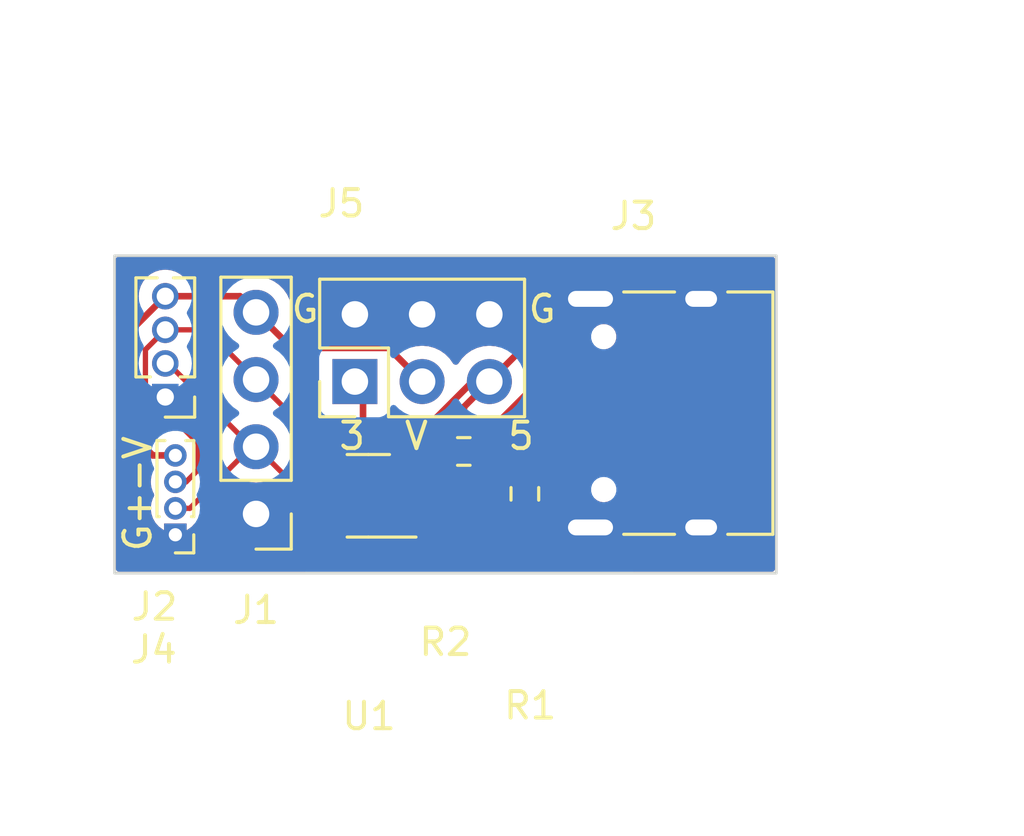
<source format=kicad_pcb>
(kicad_pcb (version 20221018) (generator pcbnew)
  (layers (0 "F.Cu" signal) (31 "B.Cu" signal) (34 "B.Paste" user) (35 "F.Paste" user) (36 "B.SilkS" user "B.Silkscreen") (37 "F.SilkS" user "F.Silkscreen") (38 "B.Mask" user) (39 "F.Mask" user) (44 "Edge.Cuts" user))
  (net 0 "")
  (net 1 "GND")
  (net 2 "/D+")
  (net 3 "/D-")
  (net 4 "/VOUT")
  (net 5 "/5V")
  (net 7 "/3V3")
  (net 8 "Net-(J3-CC1)")
  (net 9 "Net-(J3-CC2)")
  (footprint "Resistor_SMD:R_0603_1608Metric" (layer "F.Cu") (at 128.1938 82.3976)
    (fp_text reference "R2" (at -0.6938 7.2024) (layer "F.SilkS"))
    (fp_text value "5.1k")
    (fp_line (start -0.237258 -0.5225) (end 0.237258 -0.5225) (stroke (width 0.12)) (layer "F.SilkS"))
    (fp_line (start -0.237258 0.5225) (end 0.237258 0.5225) (stroke (width 0.12)) (layer "F.SilkS"))
    (pad "1" smd roundrect (at -0.825 0) (size 0.8 0.95) (layers "F.Cu" "F.Paste" "F.Mask") (net 1 "GND"))
    (pad "2" smd roundrect (at 0.825 0) (size 0.8 0.95) (layers "F.Cu" "F.Paste" "F.Mask") (net 9 "Net-(J3-CC2)"))
  )
  (footprint "Connector_PinHeader_2.54mm:PinHeader_1x04_P2.54mm_Vertical" (layer "F.Cu") (at 120.3452 84.7598 180)
    (fp_text reference "J1" (at 0 -3.6322) (layer "F.SilkS"))
    (fp_text value "Conn_01x04_Pin")
    (fp_line (start -1.33 -1.33) (end 0 -1.33) (stroke (width 0.12)) (layer "F.SilkS"))
    (fp_line (start -1.33 0) (end -1.33 -1.33) (stroke (width 0.12)) (layer "F.SilkS"))
    (fp_line (start -1.33 1.27) (end -1.33 8.95) (stroke (width 0.12)) (layer "F.SilkS"))
    (fp_line (start -1.33 1.27) (end 1.33 1.27) (stroke (width 0.12)) (layer "F.SilkS"))
    (fp_line (start -1.33 8.95) (end 1.33 8.95) (stroke (width 0.12)) (layer "F.SilkS"))
    (fp_line (start 1.33 1.27) (end 1.33 8.95) (stroke (width 0.12)) (layer "F.SilkS"))
    (pad "1" thru_hole rect (at 0 0 180) (size 1.7 1.7) (drill 1) (layers "*.Cu" "*.Mask") (net 1 "GND"))
    (pad "2" thru_hole oval (at 0 2.54 180) (size 1.7 1.7) (drill 1) (layers "*.Cu" "*.Mask") (net 2 "/D+"))
    (pad "3" thru_hole oval (at 0 5.08 180) (size 1.7 1.7) (drill 1) (layers "*.Cu" "*.Mask") (net 3 "/D-"))
    (pad "4" thru_hole oval (at 0 7.62 180) (size 1.7 1.7) (drill 1) (layers "*.Cu" "*.Mask") (net 4 "/VOUT"))
  )
  (footprint "Connector_USB:USB_C_Receptacle_XKB_U262-16XN-4BVC11" (layer "F.Cu") (at 136.085 80.95 90)
    (fp_text reference "J3" (at 7.45 -1.485 180) (layer "F.SilkS"))
    (fp_text value "USB_C_Receptacle_USB2.0_14P")
    (fp_line (start -4.58 -1.85) (end -4.58 0.07) (stroke (width 0.12)) (layer "F.SilkS"))
    (fp_line (start -4.58 3.785) (end -4.58 2.08) (stroke (width 0.12)) (layer "F.SilkS"))
    (fp_line (start 4.58 0.07) (end 4.58 -1.85) (stroke (width 0.12)) (layer "F.SilkS"))
    (fp_line (start 4.58 2.08) (end 4.58 3.785) (stroke (width 0.12)) (layer "F.SilkS"))
    (fp_line (start 4.58 3.785) (end -4.58 3.785) (stroke (width 0.12)) (layer "F.SilkS"))
    (pad "" np_thru_hole circle (at -2.89 -2.605 90) (size 0.65 0.65) (drill 0.65) (layers "*.Cu" "*.Mask"))
    (pad "" np_thru_hole circle (at 2.89 -2.605 90) (size 0.65 0.65) (drill 0.65) (layers "*.Cu" "*.Mask"))
    (pad "A1" smd rect (at -3.35 -3.67 90) (size 0.3 1.15) (layers "F.Cu" "F.Paste" "F.Mask") (net 1 "GND"))
    (pad "A4" smd rect (at -2.55 -3.67 90) (size 0.3 1.15) (layers "F.Cu" "F.Paste" "F.Mask") (net 5 "/5V"))
    (pad "A5" smd rect (at -1.25 -3.67 90) (size 0.3 1.15) (layers "F.Cu" "F.Paste" "F.Mask") (net 8 "Net-(J3-CC1)"))
    (pad "A6" smd rect (at -0.25 -3.67 90) (size 0.3 1.15) (layers "F.Cu" "F.Paste" "F.Mask") (net 2 "/D+"))
    (pad "A7" smd rect (at 0.25 -3.67 90) (size 0.3 1.15) (layers "F.Cu" "F.Paste" "F.Mask") (net 3 "/D-"))
    (pad "A8" smd rect (at 1.25 -3.67 90) (size 0.3 1.15) (layers "F.Cu" "F.Paste" "F.Mask"))
    (pad "A9" smd rect (at 2.55 -3.67 90) (size 0.3 1.15) (layers "F.Cu" "F.Paste" "F.Mask") (net 5 "/5V"))
    (pad "A12" smd rect (at 3.35 -3.67 90) (size 0.3 1.15) (layers "F.Cu" "F.Paste" "F.Mask") (net 1 "GND"))
    (pad "B1" smd rect (at 3.05 -3.67 90) (size 0.3 1.15) (layers "F.Cu" "F.Paste" "F.Mask") (net 1 "GND"))
    (pad "B4" smd rect (at 2.25 -3.67 90) (size 0.3 1.15) (layers "F.Cu" "F.Paste" "F.Mask") (net 5 "/5V"))
    (pad "B5" smd rect (at 1.75 -3.67 90) (size 0.3 1.15) (layers "F.Cu" "F.Paste" "F.Mask") (net 9 "Net-(J3-CC2)"))
    (pad "B6" smd rect (at 0.75 -3.67 90) (size 0.3 1.15) (layers "F.Cu" "F.Paste" "F.Mask") (net 2 "/D+"))
    (pad "B7" smd rect (at -0.75 -3.67 90) (size 0.3 1.15) (layers "F.Cu" "F.Paste" "F.Mask") (net 3 "/D-"))
    (pad "B8" smd rect (at -1.75 -3.67 90) (size 0.3 1.15) (layers "F.Cu" "F.Paste" "F.Mask"))
    (pad "B9" smd rect (at -2.25 -3.67 90) (size 0.3 1.15) (layers "F.Cu" "F.Paste" "F.Mask") (net 5 "/5V"))
    (pad "B12" smd rect (at -3.05 -3.67 90) (size 0.3 1.15) (layers "F.Cu" "F.Paste" "F.Mask") (net 1 "GND"))
    (pad "S1" thru_hole oval (at -4.32 -3.105 90) (size 1 2.1) (drill oval 0.6 1.7) (layers "*.Cu" "*.Mask") (net 1 "GND"))
    (pad "S1" thru_hole oval (at -4.32 1.075 90) (size 1 1.6) (drill oval 0.6 1.2) (layers "*.Cu" "*.Mask") (net 1 "GND"))
    (pad "S1" thru_hole oval (at 4.32 -3.105 90) (size 1 2.1) (drill oval 0.6 1.7) (layers "*.Cu" "*.Mask") (net 1 "GND"))
    (pad "S1" thru_hole oval (at 4.32 1.075 90) (size 1 1.6) (drill oval 0.6 1.2) (layers "*.Cu" "*.Mask") (net 1 "GND"))
  )
  (footprint "Connector_PinHeader_1.00mm:PinHeader_1x04_P1.00mm_Vertical" (layer "F.Cu") (at 117.2972 85.5472 180)
    (fp_text reference "J4" (at 0.8128 -4.3406) (layer "F.SilkS"))
    (fp_text value "Conn_01x04_Pin")
    (fp_line (start -0.695 -0.685) (end 0 -0.685) (stroke (width 0.12)) (layer "F.SilkS"))
    (fp_line (start -0.695 0) (end -0.695 -0.685) (stroke (width 0.12)) (layer "F.SilkS"))
    (fp_line (start -0.695 0.685) (end -0.695 3.56) (stroke (width 0.12)) (layer "F.SilkS"))
    (fp_line (start -0.695 0.685) (end -0.608276 0.685) (stroke (width 0.12)) (layer "F.SilkS"))
    (fp_line (start -0.695 3.56) (end -0.394493 3.56) (stroke (width 0.12)) (layer "F.SilkS"))
    (fp_line (start 0.394493 3.56) (end 0.695 3.56) (stroke (width 0.12)) (layer "F.SilkS"))
    (fp_line (start 0.608276 0.685) (end 0.695 0.685) (stroke (width 0.12)) (layer "F.SilkS"))
    (fp_line (start 0.695 0.685) (end 0.695 3.56) (stroke (width 0.12)) (layer "F.SilkS"))
    (pad "1" thru_hole rect (at 0 0 180) (size 0.85 0.85) (drill 0.5) (layers "*.Cu" "*.Mask") (net 1 "GND"))
    (pad "2" thru_hole oval (at 0 1 180) (size 0.85 0.85) (drill 0.5) (layers "*.Cu" "*.Mask") (net 2 "/D+"))
    (pad "3" thru_hole oval (at 0 2 180) (size 0.85 0.85) (drill 0.5) (layers "*.Cu" "*.Mask") (net 3 "/D-"))
    (pad "4" thru_hole oval (at 0 3 180) (size 0.85 0.85) (drill 0.5) (layers "*.Cu" "*.Mask") (net 4 "/VOUT"))
  )
  (footprint "Package_TO_SOT_SMD:SOT-23-5" (layer "F.Cu") (at 124.587 84.074 180)
    (fp_text reference "U1" (at -0.0254 -8.3312) (layer "F.SilkS"))
    (fp_text value "SPX3819M5-L-3-3")
    (fp_line (start 0 -1.56) (end -1.8 -1.56) (stroke (width 0.12)) (layer "F.SilkS"))
    (fp_line (start 0 -1.56) (end 0.8 -1.56) (stroke (width 0.12)) (layer "F.SilkS"))
    (fp_line (start 0 1.56) (end -0.8 1.56) (stroke (width 0.12)) (layer "F.SilkS"))
    (fp_line (start 0 1.56) (end 0.8 1.56) (stroke (width 0.12)) (layer "F.SilkS"))
    (pad "1" smd roundrect (at -1.1375 -0.95 180) (size 1.325 0.6) (layers "F.Cu" "F.Paste" "F.Mask") (net 5 "/5V"))
    (pad "2" smd roundrect (at -1.1375 0 180) (size 1.325 0.6) (layers "F.Cu" "F.Paste" "F.Mask") (net 1 "GND"))
    (pad "3" smd roundrect (at -1.1375 0.95 180) (size 1.325 0.6) (layers "F.Cu" "F.Paste" "F.Mask") (net 5 "/5V"))
    (pad "4" smd roundrect (at 1.1375 0.95 180) (size 1.325 0.6) (layers "F.Cu" "F.Paste" "F.Mask"))
    (pad "5" smd roundrect (at 1.1375 -0.95 180) (size 1.325 0.6) (layers "F.Cu" "F.Paste" "F.Mask") (net 7 "/3V3"))
  )
  (footprint "Connector_PinHeader_2.54mm:PinHeader_2x03_P2.54mm_Vertical" (layer "F.Cu") (at 124.079 79.756 90)
    (fp_text reference "J5" (at 6.731 -0.508 180) (layer "F.SilkS"))
    (fp_text value "Conn_01x06_Pin")
    (fp_line (start -1.33 -1.33) (end 0 -1.33) (stroke (width 0.12)) (layer "F.SilkS"))
    (fp_line (start -1.33 0) (end -1.33 -1.33) (stroke (width 0.12)) (layer "F.SilkS"))
    (fp_line (start -1.33 1.27) (end -1.33 6.41) (stroke (width 0.12)) (layer "F.SilkS"))
    (fp_line (start -1.33 1.27) (end 1.27 1.27) (stroke (width 0.12)) (layer "F.SilkS"))
    (fp_line (start -1.33 6.41) (end 3.87 6.41) (stroke (width 0.12)) (layer "F.SilkS"))
    (fp_line (start 1.27 -1.33) (end 3.87 -1.33) (stroke (width 0.12)) (layer "F.SilkS"))
    (fp_line (start 1.27 1.27) (end 1.27 -1.33) (stroke (width 0.12)) (layer "F.SilkS"))
    (fp_line (start 3.87 -1.33) (end 3.87 6.41) (stroke (width 0.12)) (layer "F.SilkS"))
    (pad "1" thru_hole rect (at 0 0 90) (size 1.7 1.7) (drill 1) (layers "*.Cu" "*.Mask") (net 7 "/3V3"))
    (pad "2" thru_hole oval (at 2.54 0 90) (size 1.7 1.7) (drill 1) (layers "*.Cu" "*.Mask") (net 1 "GND"))
    (pad "3" thru_hole oval (at 0 2.54 90) (size 1.7 1.7) (drill 1) (layers "*.Cu" "*.Mask") (net 4 "/VOUT"))
    (pad "4" thru_hole oval (at 2.54 2.54 90) (size 1.7 1.7) (drill 1) (layers "*.Cu" "*.Mask") (net 1 "GND"))
    (pad "5" thru_hole oval (at 0 5.08 90) (size 1.7 1.7) (drill 1) (layers "*.Cu" "*.Mask") (net 5 "/5V"))
    (pad "6" thru_hole oval (at 2.54 5.08 90) (size 1.7 1.7) (drill 1) (layers "*.Cu" "*.Mask") (net 1 "GND"))
  )
  (footprint "Resistor_SMD:R_0603_1608Metric" (layer "F.Cu") (at 130.5 84 90)
    (fp_text reference "R1" (at -8 0.2 180) (layer "F.SilkS"))
    (fp_text value "5.1k")
    (fp_line (start -0.237258 -0.5225) (end 0.237258 -0.5225) (stroke (width 0.12)) (layer "F.SilkS"))
    (fp_line (start -0.237258 0.5225) (end 0.237258 0.5225) (stroke (width 0.12)) (layer "F.SilkS"))
    (pad "1" smd roundrect (at -0.825 0 90) (size 0.8 0.95) (layers "F.Cu" "F.Paste" "F.Mask") (net 1 "GND"))
    (pad "2" smd roundrect (at 0.825 0 90) (size 0.8 0.95) (layers "F.Cu" "F.Paste" "F.Mask") (net 8 "Net-(J3-CC1)"))
  )
  (footprint "Connector_PinHeader_1.27mm:PinHeader_1x04_P1.27mm_Vertical" (layer "F.Cu") (at 116.9162 80.3402 180)
    (fp_text reference "J2" (at 0.4064 -7.9248) (layer "F.SilkS"))
    (fp_text value "Conn_01x04_Pin")
    (fp_line (start -1.11 -0.76) (end 0 -0.76) (stroke (width 0.12)) (layer "F.SilkS"))
    (fp_line (start -1.11 0) (end -1.11 -0.76) (stroke (width 0.12)) (layer "F.SilkS"))
    (fp_line (start -1.11 0.76) (end -1.11 4.505) (stroke (width 0.12)) (layer "F.SilkS"))
    (fp_line (start -1.11 0.76) (end -0.563471 0.76) (stroke (width 0.12)) (layer "F.SilkS"))
    (fp_line (start -1.11 4.505) (end -0.30753 4.505) (stroke (width 0.12)) (layer "F.SilkS"))
    (fp_line (start 0.30753 4.505) (end 1.11 4.505) (stroke (width 0.12)) (layer "F.SilkS"))
    (fp_line (start 0.563471 0.76) (end 1.11 0.76) (stroke (width 0.12)) (layer "F.SilkS"))
    (fp_line (start 1.11 0.76) (end 1.11 4.505) (stroke (width 0.12)) (layer "F.SilkS"))
    (pad "1" thru_hole rect (at 0 0 180) (size 1 1) (drill 0.65) (layers "*.Cu" "*.Mask") (net 1 "GND"))
    (pad "2" thru_hole oval (at 0 1.27 180) (size 1 1) (drill 0.65) (layers "*.Cu" "*.Mask") (net 2 "/D+"))
    (pad "3" thru_hole oval (at 0 2.54 180) (size 1 1) (drill 0.65) (layers "*.Cu" "*.Mask") (net 3 "/D-"))
    (pad "4" thru_hole oval (at 0 3.81 180) (size 1 1) (drill 0.65) (layers "*.Cu" "*.Mask") (net 4 "/VOUT"))
  )
  (gr_rect (start 115 75) (end 140 87) (stroke (width 0.1)) (fill none) (layer "Edge.Cuts"))
  (gr_text "3  V    5" (at 123.4 82.4) (layer "F.SilkS") (effects (font (size 1 1)) (justify left bottom)))
  (gr_text "G+-V" (at 116.459 86.2584 90) (layer "F.SilkS") (effects (font (size 1 1)) (justify left bottom)))
  (gr_text "G" (at 130.556 77.597) (layer "F.SilkS") (effects (font (size 1 1)) (justify left bottom)))
  (gr_text "G" (at 121.6 77.6) (layer "F.SilkS") (effects (font (size 1 1)) (justify left bottom)))
  (segment (start 133.4 80.99) (end 133.24 81.15) (width 0.2) (layer "F.Cu") (net 2))
  (segment (start 133.4 80.41) (end 133.4 80.99) (width 0.2) (layer "F.Cu") (net 2))
  (segment (start 121.4452 83.3198) (end 120.3452 82.2198) (width 0.2) (layer "F.Cu") (net 2))
  (segment (start 133.19 80.2) (end 133.4 80.41) (width 0.2) (layer "F.Cu") (net 2))
  (segment (start 134.85 83.96) (end 134.85 84.61) (width 0.2) (layer "F.Cu") (net 2))
  (segment (start 135.15 83.06) (end 135.54265 83.06) (width 0.2) (layer "F.Cu") (net 2))
  (segment (start 134.85 85.544974) (end 133.894974 86.5) (width 0.2) (layer "F.Cu") (net 2))
  (segment (start 117.0236 79.0702) (end 120.1732 82.2198) (width 0.2) (layer "F.Cu") (net 2))
  (segment (start 133.894974 86.5) (end 122.9 86.5) (width 0.2) (layer "F.Cu") (net 2))
  (segment (start 116.9162 79.0702) (end 117.0236 79.0702) (width 0.2) (layer "F.Cu") (net 2))
  (segment (start 121.4452 85.0452) (end 121.4452 83.3198) (width 0.2) (layer "F.Cu") (net 2))
  (segment (start 134.85 84.61) (end 134.85 85.544974) (width 0.2) (layer "F.Cu") (net 2))
  (segment (start 132.415 80.2) (end 133.19 80.2) (width 0.2) (layer "F.Cu") (net 2))
  (segment (start 135.54265 83.66) (end 135.15 83.66) (width 0.2) (layer "F.Cu") (net 2))
  (segment (start 117.8458 84.5472) (end 120.1732 82.2198) (width 0.2) (layer "F.Cu") (net 2))
  (segment (start 122.9 86.5) (end 121.4452 85.0452) (width 0.2) (layer "F.Cu") (net 2))
  (segment (start 133.19 81.2) (end 132.415 81.2) (width 0.2) (layer "F.Cu") (net 2))
  (segment (start 133.24 81.15) (end 133.19 81.2) (width 0.2) (layer "F.Cu") (net 2))
  (segment (start 120.1732 82.2198) (end 120.3452 82.2198) (width 0.2) (layer "F.Cu") (net 2))
  (segment (start 117.2972 84.5472) (end 117.8458 84.5472) (width 0.2) (layer "F.Cu") (net 2))
  (segment (start 133.24 81.15) (end 134.85 82.76) (width 0.2) (layer "F.Cu") (net 2))
  (arc (start 135.54265 83.06) (mid 135.754782 83.147868) (end 135.84265 83.36) (width 0.2) (layer "F.Cu") (net 2))
  (arc (start 135.84265 83.36) (mid 135.754782 83.572132) (end 135.54265 83.66) (width 0.2) (layer "F.Cu") (net 2))
  (arc (start 135.15 83.66) (mid 134.937868 83.747868) (end 134.85 83.96) (width 0.2) (layer "F.Cu") (net 2))
  (arc (start 134.85 82.76) (mid 134.937868 82.972132) (end 135.15 83.06) (width 0.2) (layer "F.Cu") (net 2))
  (segment (start 131.4 80.94) (end 131.4 81.5) (width 0.2) (layer "F.Cu") (net 3))
  (segment (start 134.5 85.4) (end 133.8 86.1) (width 0.2) (layer "F.Cu") (net 3))
  (segment (start 131.6 81.7) (end 132.415 81.7) (width 0.2) (layer "F.Cu") (net 3))
  (segment (start 116.9162 77.8002) (end 116.1662 78.5502) (width 0.2) (layer "F.Cu") (net 3))
  (segment (start 117.5512 81.4832) (end 118.1608 82.0928) (width 0.2) (layer "F.Cu") (net 3))
  (segment (start 118.1608 83.09004) (end 117.70364 83.5472) (width 0.2) (layer "F.Cu") (net 3))
  (segment (start 131.4 81.5) (end 131.6 81.7) (width 0.2) (layer "F.Cu") (net 3))
  (segment (start 131.64 80.7) (end 131.4 80.94) (width 0.2) (layer "F.Cu") (net 3))
  (segment (start 132.415 81.7) (end 133.1 81.7) (width 0.2) (layer "F.Cu") (net 3))
  (segment (start 116.1662 81.0902) (end 116.5592 81.4832) (width 0.2) (layer "F.Cu") (net 3))
  (segment (start 132.415 80.7) (end 131.64 80.7) (width 0.2) (layer "F.Cu") (net 3))
  (segment (start 118.1608 82.0928) (end 118.1608 83.09004) (width 0.2) (layer "F.Cu") (net 3))
  (segment (start 118.4656 77.8002) (end 116.9162 77.8002) (width 0.2) (layer "F.Cu") (net 3))
  (segment (start 116.1662 78.5502) (end 116.1662 81.0902) (width 0.2) (layer "F.Cu") (net 3))
  (segment (start 134.5 83.1) (end 134.5 85.4) (width 0.2) (layer "F.Cu") (net 3))
  (segment (start 120.3452 79.6798) (end 118.4656 77.8002) (width 0.2) (layer "F.Cu") (net 3))
  (segment (start 133.1 81.7) (end 134.5 83.1) (width 0.2) (layer "F.Cu") (net 3))
  (segment (start 117.70364 83.5472) (end 117.2972 83.5472) (width 0.2) (layer "F.Cu") (net 3))
  (segment (start 123.1 86.1) (end 121.7952 84.7952) (width 0.2) (layer "F.Cu") (net 3))
  (segment (start 121.7952 81.1298) (end 120.3452 79.6798) (width 0.2) (layer "F.Cu") (net 3))
  (segment (start 121.7952 84.7952) (end 121.7952 81.1298) (width 0.2) (layer "F.Cu") (net 3))
  (segment (start 133.8 86.1) (end 123.1 86.1) (width 0.2) (layer "F.Cu") (net 3))
  (segment (start 116.5592 81.4832) (end 117.5512 81.4832) (width 0.2) (layer "F.Cu") (net 3))
  (segment (start 116.44516 82.5472) (end 117.2972 82.5472) (width 0.25) (layer "F.Cu") (net 4))
  (segment (start 115.7732 81.87524) (end 116.44516 82.5472) (width 0.25) (layer "F.Cu") (net 4))
  (segment (start 119.7356 76.5302) (end 120.3452 77.1398) (width 0.25) (layer "F.Cu") (net 4))
  (segment (start 125.349 78.486) (end 121.6914 78.486) (width 0.25) (layer "F.Cu") (net 4))
  (segment (start 115.7732 77.6732) (end 115.7732 81.87524) (width 0.25) (layer "F.Cu") (net 4))
  (segment (start 126.619 79.756) (end 125.349 78.486) (width 0.25) (layer "F.Cu") (net 4))
  (segment (start 116.9162 76.5302) (end 119.7356 76.5302) (width 0.25) (layer "F.Cu") (net 4))
  (segment (start 121.6914 78.486) (end 120.3452 77.1398) (width 0.25) (layer "F.Cu") (net 4))
  (segment (start 116.9162 76.5302) (end 115.7732 77.6732) (width 0.25) (layer "F.Cu") (net 4))
  (segment (start 124.737 84.698999) (end 125.062001 85.024) (width 0.25) (layer "F.Cu") (net 5))
  (segment (start 132.415 83.2) (end 132 83.2) (width 0.25) (layer "F.Cu") (net 5))
  (segment (start 130.515 78.4) (end 132.415 78.4) (width 0.25) (layer "F.Cu") (net 5))
  (segment (start 125.7245 83.124) (end 125.7245 82.5555) (width 0.25) (layer "F.Cu") (net 5))
  (segment (start 128.524 79.756) (end 129.159 79.756) (width 0.25) (layer "F.Cu") (net 5))
  (segment (start 131.2 84) (end 129.1 84) (width 0.25) (layer "F.Cu") (net 5))
  (segment (start 125.062001 85.024) (end 125.7245 85.024) (width 0.25) (layer "F.Cu") (net 5))
  (segment (start 124.737 83.669882) (end 124.737 84.698999) (width 0.25) (layer "F.Cu") (net 5))
  (segment (start 132 83.2) (end 131.2 84) (width 0.25) (layer "F.Cu") (net 5))
  (segment (start 125.7245 83.124) (end 125.282882 83.124) (width 0.25) (layer "F.Cu") (net 5))
  (segment (start 125.7245 82.5555) (end 128.524 79.756) (width 0.25) (layer "F.Cu") (net 5))
  (segment (start 128.2 80.715) (end 129.159 79.756) (width 0.25) (layer "F.Cu") (net 5))
  (segment (start 128.2 83.1) (end 128.2 80.715) (width 0.25) (layer "F.Cu") (net 5))
  (segment (start 125.282882 83.124) (end 124.737 83.669882) (width 0.25) (layer "F.Cu") (net 5))
  (segment (start 129.1 84) (end 128.2 83.1) (width 0.25) (layer "F.Cu") (net 5))
  (segment (start 129.159 79.756) (end 130.515 78.4) (width 0.25) (layer "F.Cu") (net 5))
  (segment (start 124.387 80.064) (end 124.079 79.756) (width 0.25) (layer "F.Cu") (net 7))
  (segment (start 123.4495 84.391696) (end 124.387 83.454196) (width 0.25) (layer "F.Cu") (net 7))
  (segment (start 124.387 83.454196) (end 124.387 80.064) (width 0.25) (layer "F.Cu") (net 7))
  (segment (start 123.4495 85.024) (end 123.4495 84.391696) (width 0.25) (layer "F.Cu") (net 7))
  (segment (start 132.415 82.2) (end 131.475 82.2) (width 0.25) (layer "F.Cu") (net 8))
  (segment (start 131.475 82.2) (end 130.5 83.175) (width 0.25) (layer "F.Cu") (net 8))
  (segment (start 129.0188 82.3976) (end 129.0188 81.7712) (width 0.25) (layer "F.Cu") (net 9))
  (segment (start 129.0188 81.7712) (end 131.59 79.2) (width 0.25) (layer "F.Cu") (net 9))
  (segment (start 131.59 79.2) (end 132.415 79.2) (width 0.25) (layer "F.Cu") (net 9))
  (zone (net 1) (net_name "GND") (layers "F&B.Cu") (connect_pads yes (clearance 0.5)) (min_thickness 0.25) (fill yes (thermal_gap 0.5) (thermal_bridge_width 0.5))
    (polygon (pts (xy 115.0366 75.0316) (xy 115.0424 86.9442) (xy 139.954 86.9442) (xy 139.954 75.0316)))
  )
)
</source>
